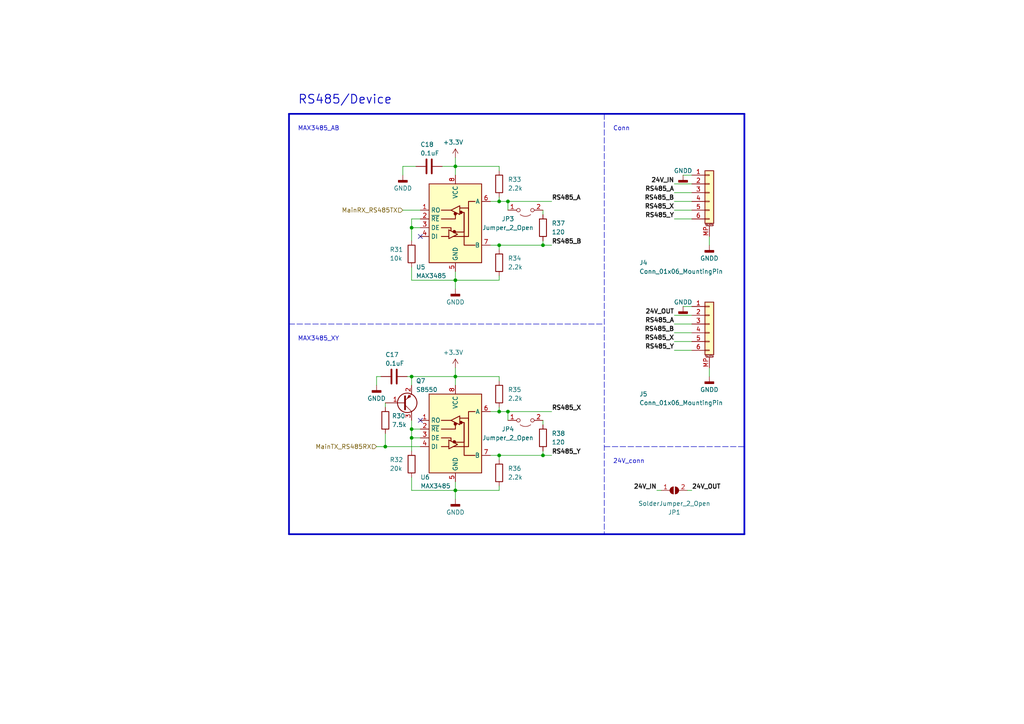
<source format=kicad_sch>
(kicad_sch (version 20230121) (generator eeschema)
  (paper "A4")
  (lib_symbols
    (symbol "Connector_Generic_MountingPin:Conn_01x06_MountingPin" (pin_names (offset 1.016) hide)
      (property "Reference" "J" (at 0 7.62 0))
      (property "Value" "Conn_01x06_MountingPin" (at 1.27 -10.16 0))
      (symbol "Conn_01x06_MountingPin_1_1"
        (rectangle (start -1.27 -7.493) (end 0 -7.747) (stroke (width 0.1524)))
        (rectangle (start -1.27 -4.953) (end 0 -5.207) (stroke (width 0.1524)))
        (rectangle (start -1.27 -2.413) (end 0 -2.667) (stroke (width 0.1524)))
        (rectangle (start -1.27 0.127) (end 0 -0.127) (stroke (width 0.1524)))
        (rectangle (start -1.27 2.667) (end 0 2.413) (stroke (width 0.1524)))
        (rectangle (start -1.27 5.207) (end 0 4.953) (stroke (width 0.1524)))
        (rectangle (start -1.27 6.35) (end 1.27 -8.89) (stroke (width 0.254)) (fill (type background)))
        (polyline (pts (xy -1.016 -9.652) (xy 1.016 -9.652)) (stroke (width 0.1524)))
        (text "Mounting" (at 0 -9.271 0) (effects (font (size 0.381 0.381))))
        (pin passive line (at -5.08 5.08 0) (length 3.81) (name "Pin_1") (number "1"))
        (pin passive line (at -5.08 2.54 0) (length 3.81) (name "Pin_2") (number "2"))
        (pin passive line (at -5.08 0 0) (length 3.81) (name "Pin_3") (number "3"))
        (pin passive line (at -5.08 -2.54 0) (length 3.81) (name "Pin_4") (number "4"))
        (pin passive line (at -5.08 -5.08 0) (length 3.81) (name "Pin_5") (number "5"))
        (pin passive line (at -5.08 -7.62 0) (length 3.81) (name "Pin_6") (number "6"))
        (pin passive line (at 0 -12.7 90) (length 3.048) (name "MountPin") (number "MP"))
      )
    )
    (symbol "Device:C" (pin_numbers hide) (pin_names (offset 0.254))
      (property "Reference" "C" (at 0.635 2.54 0))
      (property "Value" "C" (at 0.635 -2.54 0))
      (symbol "C_0_1"
        (polyline (pts (xy -2.032 -0.762) (xy 2.032 -0.762)) (stroke (width 0.508)))
        (polyline (pts (xy -2.032 0.762) (xy 2.032 0.762)) (stroke (width 0.508)))
      )
      (symbol "C_1_1"
        (pin passive line (at 0 3.81 270) (length 2.794) (name "~") (number "1"))
        (pin passive line (at 0 -3.81 90) (length 2.794) (name "~") (number "2"))
      )
    )
    (symbol "Device:Q_PNP_BEC" (pin_names (offset 0) hide)
      (property "Reference" "Q" (at 5.08 1.27 0))
      (property "Value" "Q_PNP_BEC" (at 5.08 -1.27 0))
      (symbol "Q_PNP_BEC_0_1"
        (polyline (pts (xy 0.635 0.635) (xy 2.54 2.54)))
        (polyline (pts (xy 0.635 -0.635) (xy 2.54 -2.54) (xy 2.54 -2.54)))
        (polyline (pts (xy 0.635 1.905) (xy 0.635 -1.905) (xy 0.635 -1.905)) (stroke (width 0.508)))
        (polyline (pts (xy 2.286 -1.778) (xy 1.778 -2.286) (xy 1.27 -1.27) (xy 2.286 -1.778) (xy 2.286 -1.778)) (fill (type outline)))
        (circle (center 1.27 0) (radius 2.8194) (stroke (width 0.254)))
      )
      (symbol "Q_PNP_BEC_1_1"
        (pin input line (at -5.08 0 0) (length 5.715) (name "B") (number "1"))
        (pin passive line (at 2.54 -5.08 90) (length 2.54) (name "E") (number "2"))
        (pin passive line (at 2.54 5.08 270) (length 2.54) (name "C") (number "3"))
      )
    )
    (symbol "Device:R" (pin_numbers hide) (pin_names (offset 0))
      (property "Reference" "R" (at 2.032 0 90))
      (property "Value" "R" (at 0 0 90))
      (symbol "R_0_1"
        (rectangle (start -1.016 -2.54) (end 1.016 2.54) (stroke (width 0.254)))
      )
      (symbol "R_1_1"
        (pin passive line (at 0 3.81 270) (length 1.27) (name "~") (number "1"))
        (pin passive line (at 0 -3.81 90) (length 1.27) (name "~") (number "2"))
      )
    )
    (symbol "Jumper:Jumper_2_Open" (pin_names (offset 0) hide)
      (property "Reference" "JP" (at 0 2.794 0))
      (property "Value" "Jumper_2_Open" (at 0 -2.286 0))
      (symbol "Jumper_2_Open_0_0"
        (circle (center -2.032 0) (radius 0.508))
        (circle (center 2.032 0) (radius 0.508))
      )
      (symbol "Jumper_2_Open_0_1"
        (arc (start 1.524 1.27) (mid 0 1.778) (end -1.524 1.27))
      )
      (symbol "Jumper_2_Open_1_1"
        (pin passive line (at -5.08 0 0) (length 2.54) (name "A") (number "1"))
        (pin passive line (at 5.08 0 180) (length 2.54) (name "B") (number "2"))
      )
    )
    (symbol "Jumper:SolderJumper_2_Open" (pin_names (offset 0) hide)
      (property "Reference" "JP" (at 0 2.032 0))
      (property "Value" "SolderJumper_2_Open" (at 0 -2.54 0))
      (symbol "SolderJumper_2_Open_0_1"
        (arc (start -0.254 1.016) (mid -1.2656 0) (end -0.254 -1.016))
        (arc (start -0.254 1.016) (mid -1.2656 0) (end -0.254 -1.016) (fill (type outline)))
        (polyline (pts (xy -0.254 1.016) (xy -0.254 -1.016)))
        (polyline (pts (xy 0.254 1.016) (xy 0.254 -1.016)))
        (arc (start 0.254 -1.016) (mid 1.2656 0) (end 0.254 1.016))
        (arc (start 0.254 -1.016) (mid 1.2656 0) (end 0.254 1.016) (fill (type outline)))
      )
      (symbol "SolderJumper_2_Open_1_1"
        (pin passive line (at -3.81 0 0) (length 2.54) (name "A") (number "1"))
        (pin passive line (at 3.81 0 180) (length 2.54) (name "B") (number "2"))
      )
    )
    (symbol "MAX3485_1"
      (property "Reference" "U?" (at 2.0194 15.24 0))
      (property "Value" "MAX3485" (at 2.0194 12.7 0))
      (symbol "MAX3485_1_0_1"
        (rectangle (start -7.62 10.16) (end 7.62 -12.7) (stroke (width 0.254)) (fill (type background)))
        (circle (center -0.3048 -3.683) (radius 0.3556) (stroke (width 0.254)) (fill (type outline)))
        (circle (center -0.0254 1.4986) (radius 0.3556) (stroke (width 0.254)) (fill (type outline)))
        (polyline (pts (xy -4.064 -5.08) (xy -1.905 -5.08)) (stroke (width 0.254)))
        (polyline (pts (xy -4.064 2.54) (xy -1.27 2.54)) (stroke (width 0.254)))
        (polyline (pts (xy -1.27 -3.2004) (xy -1.27 -3.4544)) (stroke (width 0.254)))
        (polyline (pts (xy -0.635 -5.08) (xy 3.81 -5.08)) (stroke (width 0.254)))
        (polyline (pts (xy -4.064 -2.54) (xy -1.27 -2.54) (xy -1.27 -3.175)) (stroke (width 0.254)))
        (polyline (pts (xy 0 1.27) (xy 0 0) (xy -4.064 0)) (stroke (width 0.254)))
        (polyline (pts (xy 1.27 3.175) (xy 3.81 3.175) (xy 3.81 -5.08)) (stroke (width 0.254)))
        (polyline (pts (xy 2.54 1.905) (xy 2.54 -3.81) (xy 0 -3.81)) (stroke (width 0.254)))
        (polyline (pts (xy -1.905 -3.175) (xy -1.905 -5.715) (xy 0.635 -4.445) (xy -1.905 -3.175)) (stroke (width 0.254)))
        (polyline (pts (xy -1.27 2.54) (xy 1.27 3.81) (xy 1.27 1.27) (xy -1.27 2.54)) (stroke (width 0.254)))
        (polyline (pts (xy 3.81 3.175) (xy 3.81 2.54) (xy 3.81 5.08) (xy 5.715 5.08)) (stroke (width 0.254)))
        (polyline (pts (xy 1.905 1.905) (xy 2.54 1.905) (xy 2.54 -3.81) (xy 2.54 -6.985) (xy 2.54 -7.62) (xy 5.08 -7.62) (xy 5.715 -7.62)) (stroke (width 0.254)))
        (rectangle (start 1.27 3.175) (end 1.27 3.175))
        (circle (center 1.651 1.905) (radius 0.3556) (stroke (width 0.254)) (fill (type outline)))
      )
      (symbol "MAX3485_1_1_1"
        (pin output line (at -10.16 2.54 0) (length 2.54) (name "RO") (number "1"))
        (pin input line (at -10.16 0 0) (length 2.54) (name "~{RE}") (number "2"))
        (pin input line (at -10.16 -2.54 0) (length 2.54) (name "DE") (number "3"))
        (pin input line (at -10.16 -5.08 0) (length 2.54) (name "DI") (number "4"))
        (pin power_in line (at 0 -15.24 90) (length 2.54) (name "GND") (number "5"))
        (pin bidirectional line (at 10.16 5.08 180) (length 2.54) (name "A") (number "6"))
        (pin bidirectional line (at 10.16 -7.62 180) (length 2.54) (name "B") (number "7"))
        (pin power_in line (at 0 12.7 270) (length 2.54) (name "VCC") (number "8"))
      )
    )
    (symbol "power:+3.3V" (power) (pin_names (offset 0))
      (property "Value" "+3.3V" (at 0 3.556 0))
      (symbol "+3.3V_0_1"
        (polyline (pts (xy -0.762 1.27) (xy 0 2.54)))
        (polyline (pts (xy 0 0) (xy 0 2.54)))
        (polyline (pts (xy 0 2.54) (xy 0.762 1.27)))
      )
      (symbol "+3.3V_1_1"
        (pin power_in line (at 0 0 90) (length 0) hide (name "+3.3V") (number "1"))
      )
    )
    (symbol "power:GNDD" (power) (pin_names (offset 0))
      (property "Value" "GNDD" (at 0 -3.175 0))
      (symbol "GNDD_0_1"
        (rectangle (start -1.27 -1.524) (end 1.27 -2.032) (stroke (width 0.254)) (fill (type outline)))
        (polyline (pts (xy 0 0) (xy 0 -1.524)))
      )
      (symbol "GNDD_1_1"
        (pin power_in line (at 0 0 270) (length 0) hide (name "GNDD") (number "1"))
      )
    )
  )
  (junction (at 157.48 71.12))
  (junction (at 132.08 48.26))
  (junction (at 147.32 119.38))
  (junction (at 119.38 124.46))
  (junction (at 157.48 132.08))
  (junction (at 147.32 58.42))
  (junction (at 119.38 127))
  (junction (at 119.38 109.22))
  (junction (at 144.78 58.42))
  (junction (at 132.08 109.22))
  (junction (at 132.08 142.24))
  (junction (at 132.08 81.28))
  (junction (at 144.78 71.12))
  (junction (at 144.78 132.08))
  (junction (at 119.38 66.04))
  (junction (at 144.78 119.38))
  (junction (at 111.76 129.54))
  (no_connect (at 121.92 121.92))
  (no_connect (at 121.92 68.58))
  (wire (pts (xy 144.78 132.08) (xy 157.48 132.08)))
  (wire (pts (xy 116.84 48.26) (xy 120.65 48.26)))
  (wire (pts (xy 119.38 127) (xy 119.38 130.81)))
  (wire (pts (xy 142.24 119.38) (xy 144.78 119.38)))
  (wire (pts (xy 119.38 63.5) (xy 121.92 63.5)))
  (wire (pts (xy 132.08 78.74) (xy 132.08 81.28)))
  (wire (pts (xy 119.38 81.28) (xy 132.08 81.28)))
  (wire (pts (xy 132.08 81.28) (xy 144.78 81.28)))
  (wire (pts (xy 109.22 109.22) (xy 110.49 109.22)))
  (wire (pts (xy 142.24 58.42) (xy 144.78 58.42)))
  (wire (pts (xy 109.22 111.76) (xy 109.22 109.22)))
  (wire (pts (xy 157.48 71.12) (xy 160.02 71.12)))
  (wire (pts (xy 119.38 77.47) (xy 119.38 81.28)))
  (wire (pts (xy 132.08 81.28) (xy 132.08 83.82)))
  (wire (pts (xy 200.66 50.8) (xy 198.12 50.8)))
  (wire (pts (xy 119.38 138.43) (xy 119.38 142.24)))
  (wire (pts (xy 119.38 121.92) (xy 119.38 124.46)))
  (wire (pts (xy 147.32 119.38) (xy 147.32 121.92)))
  (wire (pts (xy 144.78 71.12) (xy 144.78 72.39)))
  (wire (pts (xy 157.48 132.08) (xy 160.02 132.08)))
  (wire (pts (xy 200.66 58.42) (xy 195.58 58.42)))
  (wire (pts (xy 111.76 125.73) (xy 111.76 129.54)))
  (wire (pts (xy 200.66 96.52) (xy 195.58 96.52)))
  (wire (pts (xy 132.08 48.26) (xy 144.78 48.26)))
  (wire (pts (xy 200.66 101.6) (xy 195.58 101.6)))
  (wire (pts (xy 144.78 57.15) (xy 144.78 58.42)))
  (wire (pts (xy 200.66 88.9) (xy 198.12 88.9)))
  (wire (pts (xy 144.78 140.97) (xy 144.78 142.24)))
  (wire (pts (xy 119.38 66.04) (xy 119.38 69.85)))
  (wire (pts (xy 132.08 142.24) (xy 144.78 142.24)))
  (wire (pts (xy 147.32 119.38) (xy 160.02 119.38)))
  (wire (pts (xy 144.78 119.38) (xy 147.32 119.38)))
  (wire (pts (xy 132.08 139.7) (xy 132.08 142.24)))
  (wire (pts (xy 200.66 99.06) (xy 195.58 99.06)))
  (wire (pts (xy 142.24 132.08) (xy 144.78 132.08)))
  (wire (pts (xy 195.58 91.44) (xy 200.66 91.44)))
  (wire (pts (xy 132.08 48.26) (xy 132.08 45.72)))
  (wire (pts (xy 144.78 80.01) (xy 144.78 81.28)))
  (wire (pts (xy 144.78 58.42) (xy 147.32 58.42)))
  (wire (pts (xy 119.38 109.22) (xy 132.08 109.22)))
  (wire (pts (xy 119.38 142.24) (xy 132.08 142.24)))
  (wire (pts (xy 190.5 142.24) (xy 191.77 142.24)))
  (wire (pts (xy 144.78 109.22) (xy 144.78 110.49)))
  (wire (pts (xy 119.38 66.04) (xy 121.92 66.04)))
  (wire (pts (xy 111.76 116.84) (xy 111.76 118.11)))
  (wire (pts (xy 147.32 58.42) (xy 147.32 60.96)))
  (wire (pts (xy 128.27 48.26) (xy 132.08 48.26)))
  (wire (pts (xy 119.38 111.76) (xy 119.38 109.22)))
  (polyline (pts (xy 215.9 154.94) (xy 215.9 33.02)) (stroke (width 0.5) (type solid)))
  (wire (pts (xy 157.48 60.96) (xy 157.48 62.23)))
  (wire (pts (xy 199.39 142.24) (xy 200.66 142.24)))
  (wire (pts (xy 132.08 109.22) (xy 132.08 106.68)))
  (wire (pts (xy 195.58 53.34) (xy 200.66 53.34)))
  (polyline (pts (xy 83.82 93.98) (xy 175.26 93.98)) (stroke (width 0) (type dash)))
  (wire (pts (xy 132.08 109.22) (xy 144.78 109.22)))
  (wire (pts (xy 119.38 124.46) (xy 121.92 124.46)))
  (wire (pts (xy 200.66 60.96) (xy 195.58 60.96)))
  (wire (pts (xy 119.38 127) (xy 121.92 127)))
  (wire (pts (xy 119.38 124.46) (xy 119.38 127)))
  (wire (pts (xy 147.32 58.42) (xy 160.02 58.42)))
  (wire (pts (xy 157.48 121.92) (xy 157.48 123.19)))
  (wire (pts (xy 144.78 48.26) (xy 144.78 49.53)))
  (wire (pts (xy 144.78 132.08) (xy 144.78 133.35)))
  (wire (pts (xy 144.78 118.11) (xy 144.78 119.38)))
  (wire (pts (xy 116.84 60.96) (xy 121.92 60.96)))
  (wire (pts (xy 200.66 63.5) (xy 195.58 63.5)))
  (polyline (pts (xy 175.26 129.54) (xy 215.9 129.54)) (stroke (width 0) (type dash)))
  (wire (pts (xy 205.74 68.58) (xy 205.74 71.12)))
  (wire (pts (xy 205.74 106.68) (xy 205.74 109.22)))
  (wire (pts (xy 200.66 55.88) (xy 195.58 55.88)))
  (wire (pts (xy 132.08 142.24) (xy 132.08 144.78)))
  (wire (pts (xy 157.48 130.81) (xy 157.48 132.08)))
  (wire (pts (xy 109.22 129.54) (xy 111.76 129.54)))
  (polyline (pts (xy 215.9 33.02) (xy 83.82 33.02)) (stroke (width 0.5) (type solid)))
  (wire (pts (xy 144.78 71.12) (xy 157.48 71.12)))
  (wire (pts (xy 157.48 69.85) (xy 157.48 71.12)))
  (polyline (pts (xy 83.82 33.02) (xy 83.82 154.94)) (stroke (width 0.5) (type solid)))
  (wire (pts (xy 111.76 129.54) (xy 121.92 129.54)))
  (wire (pts (xy 118.11 109.22) (xy 119.38 109.22)))
  (wire (pts (xy 119.38 63.5) (xy 119.38 66.04)))
  (polyline (pts (xy 83.82 154.94) (xy 215.9 154.94)) (stroke (width 0.5) (type solid)))
  (wire (pts (xy 132.08 109.22) (xy 132.08 111.76)))
  (wire (pts (xy 132.08 48.26) (xy 132.08 50.8)))
  (wire (pts (xy 116.84 50.8) (xy 116.84 48.26)))
  (wire (pts (xy 142.24 71.12) (xy 144.78 71.12)))
  (wire (pts (xy 200.66 93.98) (xy 195.58 93.98)))
  (rectangle (start 175.26 33.02) (end 175.26 154.94) (stroke (width 0) (type dash)))
  (text "MAX3485_XY" (at 86.36 99.06 0) (effects (font (size 1.27 1.27)) (justify left bottom)))
  (text "MAX3485_AB" (at 86.36 38.1 0) (effects (font (size 1.27 1.27)) (justify left bottom)))
  (text "24V_conn" (at 177.8 134.62 0) (effects (font (size 1.27 1.27)) (justify left bottom)))
  (text "RS485/Device" (at 86.36 30.48 0) (effects (font (size 2.54 2.54) (thickness 0.254) bold) (justify left bottom)))
  (text "Conn" (at 177.8 38.1 0) (effects (font (size 1.27 1.27)) (justify left bottom)))
  (label "24V_OUT" (at 195.58 91.44 180) (effects (font (thickness 0.254) bold)))
  (label "RS485_B" (at 195.58 96.52 180) (effects (font (thickness 0.254) bold)))
  (label "RS485_Y" (at 160.02 132.08 0) (effects (font (thickness 0.254) bold)))
  (label "RS485_X" (at 195.58 99.06 180) (effects (font (thickness 0.254) bold)))
  (label "24V_OUT" (at 200.66 142.24 0) (effects (font (thickness 0.254) bold)))
  (label "RS485_A" (at 195.58 55.88 180) (effects (font (thickness 0.254) bold)))
  (label "24V_IN" (at 195.58 53.34 180) (effects (font (thickness 0.254) bold)))
  (label "RS485_A" (at 160.02 58.42 0) (effects (font (thickness 0.254) bold)))
  (label "RS485_B" (at 195.58 58.42 180) (effects (font (thickness 0.254) bold)))
  (label "RS485_A" (at 195.58 93.98 180) (effects (font (thickness 0.254) bold)))
  (label "RS485_Y" (at 195.58 101.6 180) (effects (font (thickness 0.254) bold)))
  (label "RS485_Y" (at 195.58 63.5 180) (effects (font (thickness 0.254) bold)))
  (label "24V_IN" (at 190.5 142.24 180) (effects (font (thickness 0.254) bold)))
  (label "RS485_X" (at 195.58 60.96 180) (effects (font (thickness 0.254) bold)))
  (label "RS485_X" (at 160.02 119.38 0) (effects (font (thickness 0.254) bold)))
  (label "RS485_B" (at 160.02 71.12 0) (effects (font (thickness 0.254) bold)))
  (hierarchical_label "MainTX_RS485RX" (shape input) (at 109.22 129.54 180))
  (hierarchical_label "MainRX_RS485TX" (shape input) (at 116.84 60.96 180))
  (symbol (lib_id "Connector_Generic_MountingPin:Conn_01x06_MountingPin") (at 205.74 55.88 0) (unit 1)
    (property "Reference" "J4" (at 185.42 76.2 0) (effects (justify left)))
    (property "Value" "Conn_01x06_MountingPin" (at 185.42 78.74 0) (effects (justify left)))
    (property "Footprint" "Connector_Molex:Molex_PicoBlade_53261-0671_1x06-1MP_P1.25mm_Horizontal" (effects hide))
  )
  (symbol (lib_id "power:GNDD") (at 116.84 50.8 0) (unit 1)
    (property "Reference" "#PWR043" (effects hide))
    (property "Value" "GNDD" (at 116.84 54.61 0))
  )
  (symbol (lib_id "Device:R") (at 144.78 114.3 0) (unit 1)
    (property "Reference" "R35" (at 147.32 113.0299 0) (effects (justify left)))
    (property "Value" "2.2k" (at 147.32 115.5699 0) (effects (justify left)))
    (property "Footprint" "Resistor_SMD:R_0402_1005Metric" (effects hide))
  )
  (symbol (lib_id "Device:C") (at 114.3 109.22 270) (mirror x) (unit 1)
    (property "Reference" "C17" (at 111.76 102.87 90) (effects (justify left)))
    (property "Value" "0.1uF" (at 111.76 105.41 90) (effects (justify left)))
    (property "Footprint" "Capacitor_SMD:C_0402_1005Metric" (effects hide))
  )
  (symbol (lib_id "Jumper:SolderJumper_2_Open") (at 195.58 142.24 0) (mirror x) (unit 1)
    (property "Reference" "JP1" (at 195.58 148.59 0))
    (property "Value" "SolderJumper_2_Open" (at 195.58 146.05 0))
    (property "Footprint" "Jumper:SolderJumper-2_P1.3mm_Open_TrianglePad1.0x1.5mm" (effects hide))
  )
  (symbol (lib_id "Device:R") (at 144.78 137.16 0) (unit 1)
    (property "Reference" "R36" (at 147.32 135.8899 0) (effects (justify left)))
    (property "Value" "2.2k" (at 147.32 138.4299 0) (effects (justify left)))
    (property "Footprint" "Resistor_SMD:R_0402_1005Metric" (effects hide))
  )
  (symbol (lib_id "Device:R") (at 144.78 76.2 0) (unit 1)
    (property "Reference" "R34" (at 147.32 74.9299 0) (effects (justify left)))
    (property "Value" "2.2k" (at 147.32 77.4699 0) (effects (justify left)))
    (property "Footprint" "Resistor_SMD:R_0402_1005Metric" (effects hide))
  )
  (symbol (lib_id "Device:R") (at 157.48 66.04 0) (unit 1)
    (property "Reference" "R37" (at 160.02 64.7699 0) (effects (justify left)))
    (property "Value" "120" (at 160.02 67.3099 0) (effects (justify left)))
    (property "Footprint" "Resistor_SMD:R_0402_1005Metric" (effects hide))
  )
  (symbol (lib_id "Device:C") (at 124.46 48.26 270) (mirror x) (unit 1)
    (property "Reference" "C18" (at 121.92 41.91 90) (effects (justify left)))
    (property "Value" "0.1uF" (at 121.92 44.45 90) (effects (justify left)))
    (property "Footprint" "Capacitor_SMD:C_0402_1005Metric" (effects hide))
  )
  (symbol (lib_name "MAX3485_1") (lib_id "Interface_UART:MAX3485") (at 132.08 63.5 0) (unit 1)
    (property "Reference" "U5" (at 120.65 77.47 0) (effects (justify left)))
    (property "Value" "MAX3485" (at 120.65 80.01 0) (effects (justify left)))
    (property "Footprint" "Package_SO:SOP-8_3.9x4.9mm_P1.27mm" (effects hide))
    (property "Datasheet" "https://datasheets.maximintegrated.com/en/ds/MAX3483-MAX3491.pdf" (effects hide))
  )
  (symbol (lib_id "Device:R") (at 111.76 121.92 0) (unit 1)
    (property "Reference" "R30" (at 113.665 120.6499 0) (effects (justify left)))
    (property "Value" "7.5k" (at 113.665 123.1899 0) (effects (justify left)))
    (property "Footprint" "Resistor_SMD:R_0603_1608Metric" (effects hide))
  )
  (symbol (lib_id "power:GNDD") (at 205.74 109.22 0) (unit 1)
    (property "Reference" "#PWR055" (effects hide))
    (property "Value" "GNDD" (at 205.74 113.03 0))
  )
  (symbol (lib_id "Jumper:Jumper_2_Open") (at 152.4 121.92 0) (mirror x) (unit 1)
    (property "Reference" "JP4" (at 147.32 124.46 0))
    (property "Value" "Jumper_2_Open" (at 147.32 127 0))
    (property "Footprint" "Connector_PinHeader_2.54mm:PinHeader_1x02_P2.54mm_Vertical" (effects hide))
  )
  (symbol (lib_id "power:GNDD") (at 198.12 88.9 0) (unit 1)
    (property "Reference" "#PWR053" (effects hide))
    (property "Value" "GNDD" (at 198.12 87.63 0))
  )
  (symbol (lib_id "Device:R") (at 119.38 73.66 0) (unit 1)
    (property "Reference" "R31" (at 113.03 72.39 0) (effects (justify left)))
    (property "Value" "10k" (at 113.03 74.93 0) (effects (justify left)))
    (property "Footprint" "Resistor_SMD:R_0402_1005Metric" (effects hide))
  )
  (symbol (lib_id "Device:Q_PNP_BEC") (at 116.84 116.84 0) (mirror x) (unit 1)
    (property "Reference" "Q7" (at 120.65 110.49 0) (effects (justify left)))
    (property "Value" "S8550" (at 120.65 113.03 0) (effects (justify left)))
    (property "Footprint" "Package_TO_SOT_SMD:SOT-23" (effects hide))
  )
  (symbol (lib_id "power:GNDD") (at 109.22 111.76 0) (unit 1)
    (property "Reference" "#PWR042" (effects hide))
    (property "Value" "GNDD" (at 109.22 115.57 0))
  )
  (symbol (lib_id "Device:R") (at 157.48 127 0) (unit 1)
    (property "Reference" "R38" (at 160.02 125.7299 0) (effects (justify left)))
    (property "Value" "120" (at 160.02 128.2699 0) (effects (justify left)))
    (property "Footprint" "Resistor_SMD:R_0402_1005Metric" (effects hide))
  )
  (symbol (lib_id "Jumper:Jumper_2_Open") (at 152.4 60.96 0) (mirror x) (unit 1)
    (property "Reference" "JP3" (at 147.32 63.5 0))
    (property "Value" "Jumper_2_Open" (at 147.32 66.04 0))
    (property "Footprint" "Connector_PinHeader_2.54mm:PinHeader_1x02_P2.54mm_Vertical" (effects hide))
  )
  (symbol (lib_id "power:+3.3V") (at 132.08 45.72 0) (unit 1)
    (property "Reference" "#PWR048" (effects hide))
    (property "Value" "+3.3V" (at 131.445 41.275 0))
  )
  (symbol (lib_id "power:GNDD") (at 198.12 50.8 0) (unit 1)
    (property "Reference" "#PWR052" (effects hide))
    (property "Value" "GNDD" (at 198.12 49.53 0))
  )
  (symbol (lib_id "power:GNDD") (at 132.08 144.78 0) (unit 1)
    (property "Reference" "#PWR051" (effects hide))
    (property "Value" "GNDD" (at 132.08 148.59 0))
  )
  (symbol (lib_id "power:GNDD") (at 132.08 83.82 0) (unit 1)
    (property "Reference" "#PWR049" (effects hide))
    (property "Value" "GNDD" (at 132.08 87.63 0))
  )
  (symbol (lib_id "power:GNDD") (at 205.74 71.12 0) (unit 1)
    (property "Reference" "#PWR054" (effects hide))
    (property "Value" "GNDD" (at 205.74 74.93 0))
  )
  (symbol (lib_id "power:+3.3V") (at 132.08 106.68 0) (unit 1)
    (property "Reference" "#PWR050" (effects hide))
    (property "Value" "+3.3V" (at 131.445 102.235 0))
  )
  (symbol (lib_id "Device:R") (at 119.38 134.62 0) (unit 1)
    (property "Reference" "R32" (at 113.03 133.35 0) (effects (justify left)))
    (property "Value" "20k" (at 113.03 135.89 0) (effects (justify left)))
    (property "Footprint" "Resistor_SMD:R_0402_1005Metric" (effects hide))
  )
  (symbol (lib_name "MAX3485_1") (lib_id "Interface_UART:MAX3485") (at 132.08 124.46 0) (unit 1)
    (property "Reference" "U6" (at 121.92 138.43 0) (effects (justify left)))
    (property "Value" "MAX3485" (at 121.92 140.97 0) (effects (justify left)))
    (property "Footprint" "Package_SO:SOP-8_3.9x4.9mm_P1.27mm" (effects hide))
    (property "Datasheet" "https://datasheets.maximintegrated.com/en/ds/MAX3483-MAX3491.pdf" (effects hide))
  )
  (symbol (lib_id "Device:R") (at 144.78 53.34 0) (unit 1)
    (property "Reference" "R33" (at 147.32 52.0699 0) (effects (justify left)))
    (property "Value" "2.2k" (at 147.32 54.6099 0) (effects (justify left)))
    (property "Footprint" "Resistor_SMD:R_0402_1005Metric" (effects hide))
  )
  (symbol (lib_id "Connector_Generic_MountingPin:Conn_01x06_MountingPin") (at 205.74 93.98 0) (unit 1)
    (property "Reference" "J5" (at 185.42 114.3 0) (effects (justify left)))
    (property "Value" "Conn_01x06_MountingPin" (at 185.42 116.84 0) (effects (justify left)))
    (property "Footprint" "Connector_Molex:Molex_PicoBlade_53261-0671_1x06-1MP_P1.25mm_Horizontal" (effects hide))
  )
)
</source>
